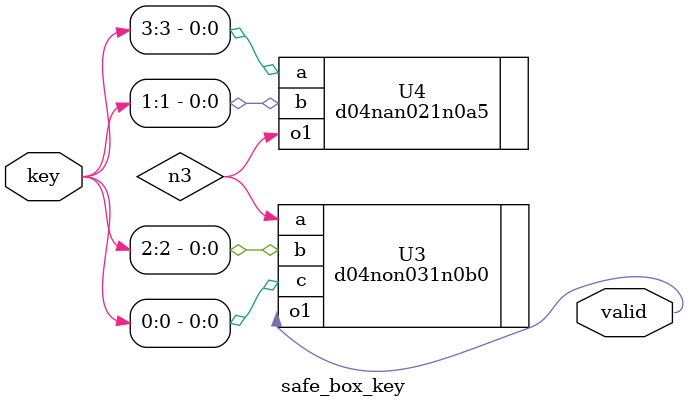
<source format=sv>

module safe_box_key (
                      input [3:0] key,
                      output   valid
);


 wire n3 ;

 d04non031n0b0   U3 (.a(n3) , .b(key[2]), .c(key[0]), .o1(valid) );
 d04nan021n0a5   U4 (.a(key[3]) , .b(key[1]),   .o1(n3) );
 
endmodule 


//****************************************************** 
//
</source>
